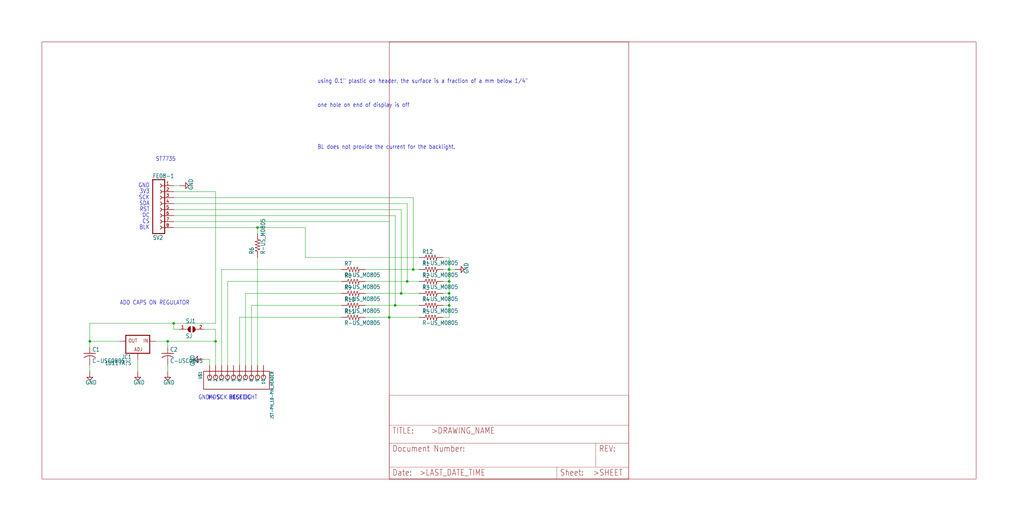
<source format=kicad_sch>
(kicad_sch (version 20211123) (generator eeschema)
  (paper "User" 434.34 223.571)
  (lib_symbols
    (symbol "weaver_gfx5-eagle-import:C-USC0805"
      (property "Reference" "C" (at 1.016 0.635 0))
      (property "Value" "C-USC0805" (at 1.016 -4.191 0))
      (symbol "C-USC0805_1_0"
        (arc (start 0 -1.0161) (mid -1.302 -1.2303) (end -2.4668 -1.8504) (stroke (width 0.254)))
        (polyline (pts (xy -2.54 0) (xy 2.54 0)) (stroke (width 0.254)))
        (polyline (pts (xy 0 -1.016) (xy 0 -2.54)) (stroke (width 0.1524)))
        (arc (start 2.4892 -1.8542) (mid 1.3158 -1.2195) (end 0 -1) (stroke (width 0.254)))
        (pin passive line (at 0 2.54 270) (length 2.54) (name "1") (number "1"))
        (pin passive line (at 0 -5.08 90) (length 2.54) (name "2") (number "2"))
      )
    )
    (symbol "weaver_gfx5-eagle-import:FE08-1"
      (property "Reference" "SV" (at -1.27 13.462 0))
      (property "Value" "FE08-1" (at -1.27 -12.7 0))
      (symbol "FE08-1_1_0"
        (polyline (pts (xy -1.27 12.7) (xy -1.27 -10.16)) (stroke (width 0.4064)))
        (polyline (pts (xy -1.27 12.7) (xy 3.81 12.7)) (stroke (width 0.4064)))
        (polyline (pts (xy 3.81 -10.16) (xy -1.27 -10.16)) (stroke (width 0.4064)))
        (polyline (pts (xy 3.81 -10.16) (xy 3.81 12.7)) (stroke (width 0.4064)))
        (arc (start 1.905 -8.255) (mid 2.54 -7.62) (end 1.905 -6.985) (stroke (width 0.254)))
        (arc (start 1.905 -5.715) (mid 2.54 -5.08) (end 1.905 -4.445) (stroke (width 0.254)))
        (arc (start 1.905 -3.175) (mid 2.54 -2.54) (end 1.905 -1.905) (stroke (width 0.254)))
        (arc (start 1.905 -0.635) (mid 2.54 0) (end 1.905 0.635) (stroke (width 0.254)))
        (arc (start 1.905 1.905) (mid 2.54 2.54) (end 1.905 3.175) (stroke (width 0.254)))
        (arc (start 1.905 4.445) (mid 2.54 5.08) (end 1.905 5.715) (stroke (width 0.254)))
        (arc (start 1.905 6.985) (mid 2.54 7.62) (end 1.905 8.255) (stroke (width 0.254)))
        (arc (start 1.905 9.525) (mid 2.54 10.16) (end 1.905 10.795) (stroke (width 0.254)))
        (pin passive line (at 7.62 -7.62 180) (length 5.08) (name "1") (number "1"))
        (pin passive line (at 7.62 -5.08 180) (length 5.08) (name "2") (number "2"))
        (pin passive line (at 7.62 -2.54 180) (length 5.08) (name "3") (number "3"))
        (pin passive line (at 7.62 0 180) (length 5.08) (name "4") (number "4"))
        (pin passive line (at 7.62 2.54 180) (length 5.08) (name "5") (number "5"))
        (pin passive line (at 7.62 5.08 180) (length 5.08) (name "6") (number "6"))
        (pin passive line (at 7.62 7.62 180) (length 5.08) (name "7") (number "7"))
        (pin passive line (at 7.62 10.16 180) (length 5.08) (name "8") (number "8"))
      )
    )
    (symbol "weaver_gfx5-eagle-import:GND" (power)
      (property "Value" "GND" (at -1.905 -3.175 0))
      (symbol "GND_1_0"
        (polyline (pts (xy -1.27 0) (xy 1.27 0)) (stroke (width 0.254)))
        (polyline (pts (xy 0 -1.27) (xy -1.27 0)) (stroke (width 0.254)))
        (polyline (pts (xy 1.27 0) (xy 0 -1.27)) (stroke (width 0.254)))
        (pin power_in line (at 0 2.54 270) (length 2.54) (name "GND") (number "1"))
      )
    )
    (symbol "weaver_gfx5-eagle-import:JST-PH_10-PIN_HEADER"
      (property "Value" "JST-PH_10-PIN_HEADER" (at -5.08 -22.098 0))
      (symbol "JST-PH_10-PIN_HEADER_1_0"
        (circle (center -2.54 -17.78) (radius 0.9158) (stroke (width 0.254)))
        (circle (center -2.54 -15.24) (radius 0.9158) (stroke (width 0.254)))
        (circle (center -2.54 -12.7) (radius 0.9158) (stroke (width 0.254)))
        (circle (center -2.54 -10.16) (radius 0.9158) (stroke (width 0.254)))
        (circle (center -2.54 -7.62) (radius 0.9158) (stroke (width 0.254)))
        (circle (center -2.54 -5.08) (radius 0.9158) (stroke (width 0.254)))
        (circle (center -2.54 -2.54) (radius 0.9158) (stroke (width 0.254)))
        (circle (center -2.54 0) (radius 0.9158) (stroke (width 0.254)))
        (circle (center -2.54 2.54) (radius 0.9158) (stroke (width 0.254)))
        (circle (center -2.54 5.08) (radius 0.9158) (stroke (width 0.254)))
        (polyline (pts (xy -5.08 -20.32) (xy -5.08 7.62)) (stroke (width 0.254)))
        (polyline (pts (xy -5.08 7.62) (xy 2.54 7.62)) (stroke (width 0.254)))
        (polyline (pts (xy 2.54 -20.32) (xy -5.08 -20.32)) (stroke (width 0.254)))
        (polyline (pts (xy 2.54 7.62) (xy 2.54 -20.32)) (stroke (width 0.254)))
        (pin bidirectional line (at -7.62 5.08 0) (length 5.08) (name "1") (number "P1"))
        (pin bidirectional line (at -7.62 -17.78 0) (length 5.08) (name "10") (number "P10"))
        (pin bidirectional line (at -7.62 2.54 0) (length 5.08) (name "2") (number "P2"))
        (pin bidirectional line (at -7.62 0 0) (length 5.08) (name "3") (number "P3"))
        (pin bidirectional line (at -7.62 -2.54 0) (length 5.08) (name "4") (number "P4"))
        (pin bidirectional line (at -7.62 -5.08 0) (length 5.08) (name "5") (number "P5"))
        (pin bidirectional line (at -7.62 -7.62 0) (length 5.08) (name "6") (number "P6"))
        (pin bidirectional line (at -7.62 -10.16 0) (length 5.08) (name "7") (number "P7"))
        (pin bidirectional line (at -7.62 -12.7 0) (length 5.08) (name "8") (number "P8"))
        (pin bidirectional line (at -7.62 -15.24 0) (length 5.08) (name "9") (number "P9"))
      )
    )
    (symbol "weaver_gfx5-eagle-import:LD117A?S"
      (property "Reference" "IC" (at 2.54 -7.62 0))
      (property "Value" "LD117A?S" (at 2.54 -10.16 0))
      (symbol "LD117A?S_1_0"
        (polyline (pts (xy -5.08 -5.08) (xy 5.08 -5.08)) (stroke (width 0.4064)))
        (polyline (pts (xy -5.08 2.54) (xy -5.08 -5.08)) (stroke (width 0.4064)))
        (polyline (pts (xy 5.08 -5.08) (xy 5.08 2.54)) (stroke (width 0.4064)))
        (polyline (pts (xy 5.08 2.54) (xy -5.08 2.54)) (stroke (width 0.4064)))
        (text "ADJ" (at -2.032 -4.318 0) (effects (font (size 1.524 1.2954)) (justify left bottom)))
        (text "IN" (at -4.445 -0.635 0) (effects (font (size 1.524 1.2954)) (justify left bottom)))
        (text "OUT" (at 0.127 -0.635 0) (effects (font (size 1.524 1.2954)) (justify left bottom)))
        (pin input line (at 0 -7.62 90) (length 2.54) (name "ADJ") (number "1"))
        (pin input line (at -7.62 0 0) (length 2.54) (name "IN") (number "3"))
        (pin passive line (at 7.62 0 180) (length 2.54) (name "OUT") (number "4"))
      )
    )
    (symbol "weaver_gfx5-eagle-import:LETTER_L"
      (symbol "LETTER_L_0_0"
        (polyline (pts (xy 0 0) (xy 248.92 0) (xy 248.92 185.42) (xy 0 185.42) (xy 0 0)))
      )
      (symbol "LETTER_L_2_0"
        (polyline (pts (xy 0 0) (xy 0 5.08)) (stroke (width 0.1016)))
        (polyline (pts (xy 0 0) (xy 71.12 0)) (stroke (width 0.1016)))
        (polyline (pts (xy 0 5.08) (xy 0 15.24)) (stroke (width 0.1016)))
        (polyline (pts (xy 0 5.08) (xy 71.12 5.08)) (stroke (width 0.1016)))
        (polyline (pts (xy 0 15.24) (xy 0 22.86)) (stroke (width 0.1016)))
        (polyline (pts (xy 0 22.86) (xy 0 35.56)) (stroke (width 0.1016)))
        (polyline (pts (xy 0 22.86) (xy 101.6 22.86)) (stroke (width 0.1016)))
        (polyline (pts (xy 71.12 0) (xy 101.6 0)) (stroke (width 0.1016)))
        (polyline (pts (xy 71.12 5.08) (xy 71.12 0)) (stroke (width 0.1016)))
        (polyline (pts (xy 71.12 5.08) (xy 87.63 5.08)) (stroke (width 0.1016)))
        (polyline (pts (xy 87.63 5.08) (xy 101.6 5.08)) (stroke (width 0.1016)))
        (polyline (pts (xy 87.63 15.24) (xy 0 15.24)) (stroke (width 0.1016)))
        (polyline (pts (xy 87.63 15.24) (xy 87.63 5.08)) (stroke (width 0.1016)))
        (polyline (pts (xy 101.6 5.08) (xy 101.6 0)) (stroke (width 0.1016)))
        (polyline (pts (xy 101.6 15.24) (xy 87.63 15.24)) (stroke (width 0.1016)))
        (polyline (pts (xy 101.6 15.24) (xy 101.6 5.08)) (stroke (width 0.1016)))
        (polyline (pts (xy 101.6 22.86) (xy 101.6 15.24)) (stroke (width 0.1016)))
        (polyline (pts (xy 101.6 35.56) (xy 0 35.56)) (stroke (width 0.1016)))
        (polyline (pts (xy 101.6 35.56) (xy 101.6 22.86)) (stroke (width 0.1016)))
        (text ">DRAWING_NAME" (at 17.78 19.05 0) (effects (font (size 2.54 2.159)) (justify left bottom)))
        (text ">LAST_DATE_TIME" (at 12.7 1.27 0) (effects (font (size 2.54 2.159)) (justify left bottom)))
        (text ">SHEET" (at 86.36 1.27 0) (effects (font (size 2.54 2.159)) (justify left bottom)))
        (text "Date:" (at 1.27 1.27 0) (effects (font (size 2.54 2.159)) (justify left bottom)))
        (text "Document Number:" (at 1.27 11.43 0) (effects (font (size 2.54 2.159)) (justify left bottom)))
        (text "REV:" (at 88.9 11.43 0) (effects (font (size 2.54 2.159)) (justify left bottom)))
        (text "Sheet:" (at 72.39 1.27 0) (effects (font (size 2.54 2.159)) (justify left bottom)))
        (text "TITLE:" (at 1.27 19.05 0) (effects (font (size 2.54 2.159)) (justify left bottom)))
      )
    )
    (symbol "weaver_gfx5-eagle-import:R-US_M0805"
      (property "Reference" "R" (at -3.81 1.4986 0))
      (property "Value" "R-US_M0805" (at -3.81 -3.302 0))
      (symbol "R-US_M0805_1_0"
        (polyline (pts (xy -2.54 0) (xy -2.159 1.016)) (stroke (width 0.2032)))
        (polyline (pts (xy -2.159 1.016) (xy -1.524 -1.016)) (stroke (width 0.2032)))
        (polyline (pts (xy -1.524 -1.016) (xy -0.889 1.016)) (stroke (width 0.2032)))
        (polyline (pts (xy -0.889 1.016) (xy -0.254 -1.016)) (stroke (width 0.2032)))
        (polyline (pts (xy -0.254 -1.016) (xy 0.381 1.016)) (stroke (width 0.2032)))
        (polyline (pts (xy 0.381 1.016) (xy 1.016 -1.016)) (stroke (width 0.2032)))
        (polyline (pts (xy 1.016 -1.016) (xy 1.651 1.016)) (stroke (width 0.2032)))
        (polyline (pts (xy 1.651 1.016) (xy 2.286 -1.016)) (stroke (width 0.2032)))
        (polyline (pts (xy 2.286 -1.016) (xy 2.54 0)) (stroke (width 0.2032)))
        (pin passive line (at -5.08 0 0) (length 2.54) (name "1") (number "1"))
        (pin passive line (at 5.08 0 180) (length 2.54) (name "2") (number "2"))
      )
    )
    (symbol "weaver_gfx5-eagle-import:SJ"
      (property "Reference" "SJ" (at -2.54 2.54 0))
      (property "Value" "SJ" (at -2.54 -3.81 0))
      (symbol "SJ_1_0"
        (arc (start -0.381 1.2699) (mid -1.6508 0) (end -0.381 -1.2699) (stroke (width 0.0001)) (fill (type outline)))
        (polyline (pts (xy -2.54 0) (xy -1.651 0)) (stroke (width 0.1524)))
        (polyline (pts (xy 2.54 0) (xy 1.651 0)) (stroke (width 0.1524)))
        (arc (start 0.381 -1.2699) (mid 1.6508 0) (end 0.381 1.2699) (stroke (width 0.0001)) (fill (type outline)))
        (pin passive line (at -5.08 0 0) (length 2.54) (name "1") (number "1"))
        (pin passive line (at 5.08 0 180) (length 2.54) (name "2") (number "2"))
      )
    )
  )
  (junction (at 190.5 114.3))
  (junction (at 38.1 144.78))
  (junction (at 190.5 119.38))
  (junction (at 73.66 137.16))
  (junction (at 175.26 114.3))
  (junction (at 71.12 144.78))
  (junction (at 167.64 129.54))
  (junction (at 165.1 134.62))
  (junction (at 190.5 124.46))
  (junction (at 170.18 124.46))
  (junction (at 109.22 96.52))
  (junction (at 190.5 129.54))
  (junction (at 172.72 119.38))
  (junction (at 91.44 144.78))
  (wire (pts (xy 190.5 134.62) (xy 187.96 134.62)))
  (wire (pts (xy 91.44 137.16) (xy 91.44 81.28)))
  (wire (pts (xy 38.1 157.48) (xy 38.1 154.94)))
  (wire (pts (xy 175.26 114.3) (xy 177.8 114.3)))
  (wire (pts (xy 165.1 134.62) (xy 177.8 134.62)))
  (wire (pts (xy 104.14 124.46) (xy 144.78 124.46)))
  (wire (pts (xy 190.5 129.54) (xy 190.5 134.62)))
  (wire (pts (xy 76.2 139.7) (xy 73.66 139.7)))
  (wire (pts (xy 73.66 83.82) (xy 175.26 83.82)))
  (wire (pts (xy 187.96 109.22) (xy 190.5 109.22)))
  (wire (pts (xy 58.42 152.4) (xy 58.42 157.48)))
  (wire (pts (xy 109.22 96.52) (xy 109.22 99.06)))
  (wire (pts (xy 93.98 114.3) (xy 93.98 154.94)))
  (wire (pts (xy 73.66 81.28) (xy 91.44 81.28)))
  (wire (pts (xy 172.72 86.36) (xy 172.72 119.38)))
  (wire (pts (xy 88.9 154.94) (xy 88.9 152.4)))
  (wire (pts (xy 73.66 139.7) (xy 73.66 137.16)))
  (wire (pts (xy 73.66 96.52) (xy 109.22 96.52)))
  (wire (pts (xy 167.64 91.44) (xy 167.64 129.54)))
  (wire (pts (xy 104.14 154.94) (xy 104.14 124.46)))
  (wire (pts (xy 154.94 114.3) (xy 175.26 114.3)))
  (wire (pts (xy 106.68 129.54) (xy 106.68 154.94)))
  (wire (pts (xy 109.22 96.52) (xy 129.54 96.52)))
  (wire (pts (xy 154.94 134.62) (xy 165.1 134.62)))
  (wire (pts (xy 129.54 96.52) (xy 129.54 109.22)))
  (wire (pts (xy 154.94 129.54) (xy 167.64 129.54)))
  (wire (pts (xy 129.54 109.22) (xy 177.8 109.22)))
  (wire (pts (xy 91.44 144.78) (xy 91.44 154.94)))
  (wire (pts (xy 91.44 139.7) (xy 91.44 144.78)))
  (wire (pts (xy 73.66 86.36) (xy 172.72 86.36)))
  (wire (pts (xy 71.12 147.32) (xy 71.12 144.78)))
  (wire (pts (xy 175.26 83.82) (xy 175.26 114.3)))
  (wire (pts (xy 38.1 147.32) (xy 38.1 144.78)))
  (wire (pts (xy 190.5 109.22) (xy 190.5 114.3)))
  (wire (pts (xy 187.96 114.3) (xy 190.5 114.3)))
  (wire (pts (xy 38.1 144.78) (xy 38.1 137.16)))
  (wire (pts (xy 73.66 91.44) (xy 167.64 91.44)))
  (wire (pts (xy 144.78 129.54) (xy 106.68 129.54)))
  (wire (pts (xy 170.18 88.9) (xy 170.18 124.46)))
  (wire (pts (xy 190.5 124.46) (xy 190.5 129.54)))
  (wire (pts (xy 144.78 134.62) (xy 101.6 134.62)))
  (wire (pts (xy 101.6 154.94) (xy 101.6 134.62)))
  (wire (pts (xy 91.44 139.7) (xy 86.36 139.7)))
  (wire (pts (xy 172.72 119.38) (xy 177.8 119.38)))
  (wire (pts (xy 190.5 114.3) (xy 190.5 119.38)))
  (wire (pts (xy 71.12 157.48) (xy 71.12 154.94)))
  (wire (pts (xy 154.94 119.38) (xy 172.72 119.38)))
  (wire (pts (xy 73.66 78.74) (xy 76.2 78.74)))
  (wire (pts (xy 73.66 93.98) (xy 165.1 93.98)))
  (wire (pts (xy 190.5 119.38) (xy 190.5 124.46)))
  (wire (pts (xy 38.1 137.16) (xy 73.66 137.16)))
  (wire (pts (xy 73.66 88.9) (xy 170.18 88.9)))
  (wire (pts (xy 190.5 124.46) (xy 187.96 124.46)))
  (wire (pts (xy 109.22 109.22) (xy 109.22 154.94)))
  (wire (pts (xy 190.5 114.3) (xy 193.04 114.3)))
  (wire (pts (xy 167.64 129.54) (xy 177.8 129.54)))
  (wire (pts (xy 50.8 144.78) (xy 38.1 144.78)))
  (wire (pts (xy 96.52 154.94) (xy 96.52 119.38)))
  (wire (pts (xy 71.12 144.78) (xy 66.04 144.78)))
  (wire (pts (xy 165.1 93.98) (xy 165.1 134.62)))
  (wire (pts (xy 73.66 137.16) (xy 91.44 137.16)))
  (wire (pts (xy 88.9 152.4) (xy 86.36 152.4)))
  (wire (pts (xy 93.98 114.3) (xy 144.78 114.3)))
  (wire (pts (xy 91.44 144.78) (xy 71.12 144.78)))
  (wire (pts (xy 170.18 124.46) (xy 177.8 124.46)))
  (wire (pts (xy 144.78 119.38) (xy 96.52 119.38)))
  (wire (pts (xy 190.5 119.38) (xy 187.96 119.38)))
  (wire (pts (xy 190.5 129.54) (xy 187.96 129.54)))
  (wire (pts (xy 154.94 124.46) (xy 170.18 124.46)))
  (text "3V3" (at 63.5 80.264 180) (effects (font (size 1.778 1.5113)) (justify right top)))
  (text "V+" (at 91.44 167.64 180) (effects (font (size 1.778 1.5113)) (justify right top)))
  (text "one hole on end of display is off" (at 134.62 45.72 180) (effects (font (size 1.778 1.5113)) (justify left bottom)))
  (text "using 0.1\" plastic on header, the surface is a fraction of a mm below 1/4\"" (at 134.62 35.56 0) (effects (font (size 1.778 1.5113)) (justify left bottom)))
  (text "GND" (at 88.9 167.64 180) (effects (font (size 1.778 1.5113)) (justify right top)))
  (text "DC" (at 106.68 167.64 180) (effects (font (size 1.778 1.5113)) (justify right top)))
  (text "RESET" (at 104.14 167.64 180) (effects (font (size 1.778 1.5113)) (justify right top)))
  (text "BACKLIGHT" (at 109.22 167.64 180) (effects (font (size 1.778 1.5113)) (justify right top)))
  (text "SDA" (at 63.5 85.344 180) (effects (font (size 1.778 1.5113)) (justify right top)))
  (text "BLK" (at 63.5 95.504 180) (effects (font (size 1.778 1.5113)) (justify right top)))
  (text "BL does not provide the current for the backlight." (at 134.62 63.5 0) (effects (font (size 1.778 1.5113)) (justify left bottom)))
  (text "GND" (at 63.5 77.724 180) (effects (font (size 1.778 1.5113)) (justify right top)))
  (text "RST" (at 63.5 87.884 180) (effects (font (size 1.778 1.5113)) (justify right top)))
  (text "DC" (at 63.5 90.424 180) (effects (font (size 1.778 1.5113)) (justify right top)))
  (text "CS" (at 63.5 92.964 180) (effects (font (size 1.778 1.5113)) (justify right top)))
  (text "SCK" (at 96.52 167.64 180) (effects (font (size 1.778 1.5113)) (justify right top)))
  (text "CS" (at 101.6 167.64 180) (effects (font (size 1.778 1.5113)) (justify right top)))
  (text "SCK" (at 63.5 82.804 180) (effects (font (size 1.778 1.5113)) (justify right top)))
  (text "ADD CAPS ON REGULATOR" (at 50.8 129.54 180) (effects (font (size 1.778 1.5113)) (justify left bottom)))
  (text "ST7735" (at 66.04 68.58 180) (effects (font (size 1.778 1.5113)) (justify left bottom)))
  (text "MOSI" (at 93.98 167.64 180) (effects (font (size 1.778 1.5113)) (justify right top)))
  (symbol (lib_id "weaver_gfx5-eagle-import:C-USC0805") (at 71.12 149.86 0) (unit 1)
    (property "Reference" "C2" (at 72.136 149.225 0) (effects (font (size 1.778 1.5113)) (justify left bottom)))
    (property "Value" "C-USC0805" (at 72.136 154.051 0) (effects (font (size 1.778 1.5113)) (justify left bottom)))
    (property "Footprint" "weaver_gfx5:C0805" (effects hide))
  )
  (symbol (lib_id "weaver_gfx5-eagle-import:GND") (at 58.42 160.02 0) (unit 1)
    (property "Reference" "#SUPPLY7" (effects hide))
    (property "Value" "GND" (at 56.515 163.195 0) (effects (font (size 1.778 1.5113)) (justify left bottom)))
    (property "Footprint" "weaver_gfx5:" (effects hide))
  )
  (symbol (lib_id "weaver_gfx5-eagle-import:JST-PH_10-PIN_HEADER") (at 93.98 162.56 90) (mirror x) (unit 1)
    (property "Reference" "U$1" (at 85.598 157.48 0) (effects (font (size 1.27 1.0795)) (justify left bottom)))
    (property "Value" "JST-PH_10-PIN_HEADER" (at 116.078 157.48 0) (effects (font (size 1.27 1.0795)) (justify left bottom)))
    (property "Footprint" "weaver_gfx5:JST_B10B-PH_HEADER" (effects hide))
  )
  (symbol (lib_id "weaver_gfx5-eagle-import:R-US_M0805") (at 149.86 129.54 0) (unit 1)
    (property "Reference" "R10" (at 146.05 128.0414 0) (effects (font (size 1.778 1.5113)) (justify left bottom)))
    (property "Value" "R-US_M0805" (at 146.05 132.842 0) (effects (font (size 1.778 1.5113)) (justify left bottom)))
    (property "Footprint" "weaver_gfx5:M0805" (effects hide))
  )
  (symbol (lib_id "weaver_gfx5-eagle-import:GND") (at 195.58 114.3 90) (unit 1)
    (property "Reference" "#SUPPLY1" (effects hide))
    (property "Value" "GND" (at 198.755 116.205 0) (effects (font (size 1.778 1.5113)) (justify left bottom)))
    (property "Footprint" "weaver_gfx5:" (effects hide))
  )
  (symbol (lib_id "weaver_gfx5-eagle-import:R-US_M0805") (at 182.88 119.38 0) (unit 1)
    (property "Reference" "R2" (at 179.07 117.8814 0) (effects (font (size 1.778 1.5113)) (justify left bottom)))
    (property "Value" "R-US_M0805" (at 179.07 122.682 0) (effects (font (size 1.778 1.5113)) (justify left bottom)))
    (property "Footprint" "weaver_gfx5:M0805" (effects hide))
  )
  (symbol (lib_id "weaver_gfx5-eagle-import:R-US_M0805") (at 149.86 124.46 0) (unit 1)
    (property "Reference" "R9" (at 146.05 122.9614 0) (effects (font (size 1.778 1.5113)) (justify left bottom)))
    (property "Value" "R-US_M0805" (at 146.05 127.762 0) (effects (font (size 1.778 1.5113)) (justify left bottom)))
    (property "Footprint" "weaver_gfx5:M0805" (effects hide))
  )
  (symbol (lib_id "weaver_gfx5-eagle-import:R-US_M0805") (at 149.86 134.62 0) (unit 1)
    (property "Reference" "R11" (at 146.05 133.1214 0) (effects (font (size 1.778 1.5113)) (justify left bottom)))
    (property "Value" "R-US_M0805" (at 146.05 137.922 0) (effects (font (size 1.778 1.5113)) (justify left bottom)))
    (property "Footprint" "weaver_gfx5:M0805" (effects hide))
  )
  (symbol (lib_id "weaver_gfx5-eagle-import:R-US_M0805") (at 182.88 124.46 0) (unit 1)
    (property "Reference" "R3" (at 179.07 122.9614 0) (effects (font (size 1.778 1.5113)) (justify left bottom)))
    (property "Value" "R-US_M0805" (at 179.07 127.762 0) (effects (font (size 1.778 1.5113)) (justify left bottom)))
    (property "Footprint" "weaver_gfx5:M0805" (effects hide))
  )
  (symbol (lib_id "weaver_gfx5-eagle-import:GND") (at 71.12 160.02 0) (unit 1)
    (property "Reference" "#SUPPLY3" (effects hide))
    (property "Value" "GND" (at 69.215 163.195 0) (effects (font (size 1.778 1.5113)) (justify left bottom)))
    (property "Footprint" "weaver_gfx5:" (effects hide))
  )
  (symbol (lib_id "weaver_gfx5-eagle-import:LETTER_L") (at 165.1 203.2 0) (unit 2)
    (property "Reference" "#FRAME1" (effects hide))
    (property "Value" "LETTER_L" (effects hide))
    (property "Footprint" "weaver_gfx5:" (effects hide))
  )
  (symbol (lib_id "weaver_gfx5-eagle-import:R-US_M0805") (at 182.88 109.22 0) (unit 1)
    (property "Reference" "R12" (at 179.07 107.7214 0) (effects (font (size 1.778 1.5113)) (justify left bottom)))
    (property "Value" "R-US_M0805" (at 179.07 112.522 0) (effects (font (size 1.778 1.5113)) (justify left bottom)))
    (property "Footprint" "weaver_gfx5:M0805" (effects hide))
  )
  (symbol (lib_id "weaver_gfx5-eagle-import:R-US_M0805") (at 149.86 114.3 0) (unit 1)
    (property "Reference" "R7" (at 146.05 112.8014 0) (effects (font (size 1.778 1.5113)) (justify left bottom)))
    (property "Value" "R-US_M0805" (at 146.05 117.602 0) (effects (font (size 1.778 1.5113)) (justify left bottom)))
    (property "Footprint" "weaver_gfx5:M0805" (effects hide))
  )
  (symbol (lib_id "weaver_gfx5-eagle-import:GND") (at 78.74 78.74 90) (unit 1)
    (property "Reference" "#SUPPLY6" (effects hide))
    (property "Value" "GND" (at 81.915 80.645 0) (effects (font (size 1.778 1.5113)) (justify left bottom)))
    (property "Footprint" "weaver_gfx5:" (effects hide))
  )
  (symbol (lib_id "weaver_gfx5-eagle-import:GND") (at 83.82 152.4 270) (unit 1)
    (property "Reference" "#SUPPLY2" (effects hide))
    (property "Value" "GND" (at 80.645 150.495 0) (effects (font (size 1.778 1.5113)) (justify left bottom)))
    (property "Footprint" "weaver_gfx5:" (effects hide))
  )
  (symbol (lib_id "weaver_gfx5-eagle-import:GND") (at 38.1 160.02 0) (unit 1)
    (property "Reference" "#SUPPLY4" (effects hide))
    (property "Value" "GND" (at 36.195 163.195 0) (effects (font (size 1.778 1.5113)) (justify left bottom)))
    (property "Footprint" "weaver_gfx5:" (effects hide))
  )
  (symbol (lib_id "weaver_gfx5-eagle-import:C-USC0805") (at 38.1 149.86 0) (unit 1)
    (property "Reference" "C1" (at 39.116 149.225 0) (effects (font (size 1.778 1.5113)) (justify left bottom)))
    (property "Value" "C-USC0805" (at 39.116 154.051 0) (effects (font (size 1.778 1.5113)) (justify left bottom)))
    (property "Footprint" "weaver_gfx5:C0805" (effects hide))
  )
  (symbol (lib_id "weaver_gfx5-eagle-import:R-US_M0805") (at 182.88 134.62 0) (unit 1)
    (property "Reference" "R5" (at 179.07 133.1214 0) (effects (font (size 1.778 1.5113)) (justify left bottom)))
    (property "Value" "R-US_M0805" (at 179.07 137.922 0) (effects (font (size 1.778 1.5113)) (justify left bottom)))
    (property "Footprint" "weaver_gfx5:M0805" (effects hide))
  )
  (symbol (lib_id "weaver_gfx5-eagle-import:LD117A?S") (at 58.42 144.78 0) (mirror y) (unit 1)
    (property "Reference" "IC1" (at 55.88 152.4 0) (effects (font (size 1.778 1.5113)) (justify left bottom)))
    (property "Value" "LD117A?S" (at 55.88 154.94 0) (effects (font (size 1.778 1.5113)) (justify left bottom)))
    (property "Footprint" "weaver_gfx5:SOT223" (effects hide))
  )
  (symbol (lib_id "weaver_gfx5-eagle-import:R-US_M0805") (at 182.88 114.3 0) (unit 1)
    (property "Reference" "R1" (at 179.07 112.8014 0) (effects (font (size 1.778 1.5113)) (justify left bottom)))
    (property "Value" "R-US_M0805" (at 179.07 117.602 0) (effects (font (size 1.778 1.5113)) (justify left bottom)))
    (property "Footprint" "weaver_gfx5:M0805" (effects hide))
  )
  (symbol (lib_id "weaver_gfx5-eagle-import:SJ") (at 81.28 139.7 0) (unit 1)
    (property "Reference" "SJ1" (at 78.74 137.16 0) (effects (font (size 1.778 1.5113)) (justify left bottom)))
    (property "Value" "SJ" (at 78.74 143.51 0) (effects (font (size 1.778 1.5113)) (justify left bottom)))
    (property "Footprint" "weaver_gfx5:SJ" (effects hide))
  )
  (symbol (lib_id "weaver_gfx5-eagle-import:R-US_M0805") (at 149.86 119.38 0) (unit 1)
    (property "Reference" "R8" (at 146.05 117.8814 0) (effects (font (size 1.778 1.5113)) (justify left bottom)))
    (property "Value" "R-US_M0805" (at 146.05 122.682 0) (effects (font (size 1.778 1.5113)) (justify left bottom)))
    (property "Footprint" "weaver_gfx5:M0805" (effects hide))
  )
  (symbol (lib_id "weaver_gfx5-eagle-import:R-US_M0805") (at 109.22 104.14 90) (unit 1)
    (property "Reference" "R6" (at 107.7214 107.95 0) (effects (font (size 1.778 1.5113)) (justify left bottom)))
    (property "Value" "R-US_M0805" (at 112.522 107.95 0) (effects (font (size 1.778 1.5113)) (justify left bottom)))
    (property "Footprint" "weaver_gfx5:M0805" (effects hide))
  )
  (symbol (lib_id "weaver_gfx5-eagle-import:FE08-1") (at 66.04 86.36 0) (mirror x) (unit 1)
    (property "Reference" "SV2" (at 64.77 99.822 0) (effects (font (size 1.778 1.5113)) (justify left bottom)))
    (property "Value" "FE08-1" (at 64.77 73.66 0) (effects (font (size 1.778 1.5113)) (justify left bottom)))
    (property "Footprint" "weaver_gfx5:FE08" (effects hide))
  )
  (symbol (lib_id "weaver_gfx5-eagle-import:LETTER_L") (at 17.78 203.2 0) (unit 1)
    (property "Reference" "#FRAME1" (effects hide))
    (property "Value" "LETTER_L" (effects hide))
    (property "Footprint" "weaver_gfx5:" (effects hide))
  )
  (symbol (lib_id "weaver_gfx5-eagle-import:R-US_M0805") (at 182.88 129.54 0) (unit 1)
    (property "Reference" "R4" (at 179.07 128.0414 0) (effects (font (size 1.778 1.5113)) (justify left bottom)))
    (property "Value" "R-US_M0805" (at 179.07 132.842 0) (effects (font (size 1.778 1.5113)) (justify left bottom)))
    (property "Footprint" "weaver_gfx5:M0805" (effects hide))
  )
)
</source>
